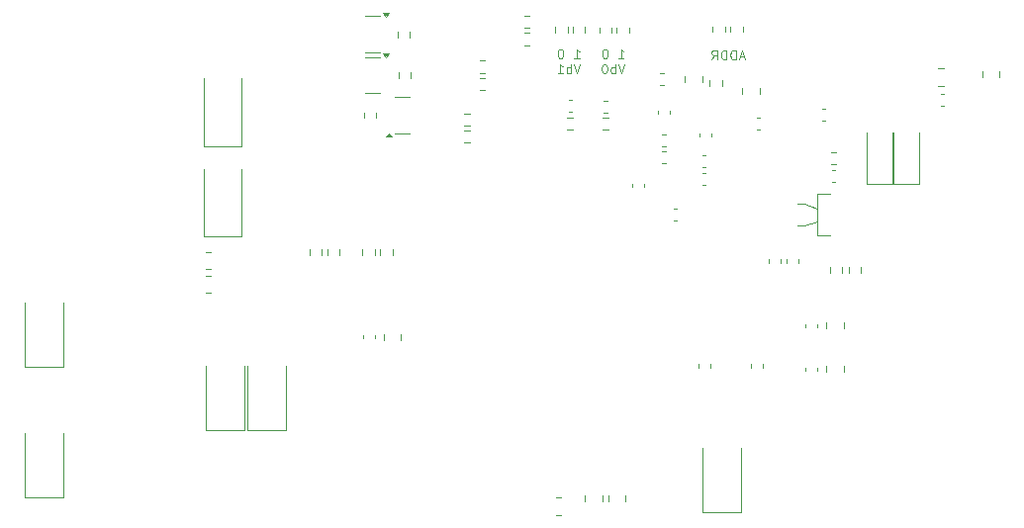
<source format=gbr>
%TF.GenerationSoftware,KiCad,Pcbnew,9.0.4-1.fc42*%
%TF.CreationDate,2025-09-30T21:03:08+03:00*%
%TF.ProjectId,ea01,65613031-2e6b-4696-9361-645f70636258,rev?*%
%TF.SameCoordinates,Original*%
%TF.FileFunction,Legend,Bot*%
%TF.FilePolarity,Positive*%
%FSLAX46Y46*%
G04 Gerber Fmt 4.6, Leading zero omitted, Abs format (unit mm)*
G04 Created by KiCad (PCBNEW 9.0.4-1.fc42) date 2025-09-30 21:03:08*
%MOMM*%
%LPD*%
G01*
G04 APERTURE LIST*
%ADD10C,0.100000*%
%ADD11C,0.120000*%
G04 APERTURE END LIST*
D10*
X134881830Y-53768323D02*
X134500877Y-53768323D01*
X134958020Y-53996895D02*
X134691353Y-53196895D01*
X134691353Y-53196895D02*
X134424687Y-53996895D01*
X134158020Y-53996895D02*
X134158020Y-53196895D01*
X134158020Y-53196895D02*
X133967544Y-53196895D01*
X133967544Y-53196895D02*
X133853258Y-53234990D01*
X133853258Y-53234990D02*
X133777068Y-53311180D01*
X133777068Y-53311180D02*
X133738973Y-53387371D01*
X133738973Y-53387371D02*
X133700877Y-53539752D01*
X133700877Y-53539752D02*
X133700877Y-53654038D01*
X133700877Y-53654038D02*
X133738973Y-53806419D01*
X133738973Y-53806419D02*
X133777068Y-53882609D01*
X133777068Y-53882609D02*
X133853258Y-53958800D01*
X133853258Y-53958800D02*
X133967544Y-53996895D01*
X133967544Y-53996895D02*
X134158020Y-53996895D01*
X133358020Y-53996895D02*
X133358020Y-53196895D01*
X133358020Y-53196895D02*
X133167544Y-53196895D01*
X133167544Y-53196895D02*
X133053258Y-53234990D01*
X133053258Y-53234990D02*
X132977068Y-53311180D01*
X132977068Y-53311180D02*
X132938973Y-53387371D01*
X132938973Y-53387371D02*
X132900877Y-53539752D01*
X132900877Y-53539752D02*
X132900877Y-53654038D01*
X132900877Y-53654038D02*
X132938973Y-53806419D01*
X132938973Y-53806419D02*
X132977068Y-53882609D01*
X132977068Y-53882609D02*
X133053258Y-53958800D01*
X133053258Y-53958800D02*
X133167544Y-53996895D01*
X133167544Y-53996895D02*
X133358020Y-53996895D01*
X132100877Y-53996895D02*
X132367544Y-53615942D01*
X132558020Y-53996895D02*
X132558020Y-53196895D01*
X132558020Y-53196895D02*
X132253258Y-53196895D01*
X132253258Y-53196895D02*
X132177068Y-53234990D01*
X132177068Y-53234990D02*
X132138973Y-53273085D01*
X132138973Y-53273085D02*
X132100877Y-53349276D01*
X132100877Y-53349276D02*
X132100877Y-53463561D01*
X132100877Y-53463561D02*
X132138973Y-53539752D01*
X132138973Y-53539752D02*
X132177068Y-53577847D01*
X132177068Y-53577847D02*
X132253258Y-53615942D01*
X132253258Y-53615942D02*
X132558020Y-53615942D01*
X124124687Y-53908940D02*
X124581830Y-53908940D01*
X124353258Y-53908940D02*
X124353258Y-53108940D01*
X124353258Y-53108940D02*
X124429449Y-53223225D01*
X124429449Y-53223225D02*
X124505639Y-53299416D01*
X124505639Y-53299416D02*
X124581830Y-53337511D01*
X123019924Y-53108940D02*
X122943734Y-53108940D01*
X122943734Y-53108940D02*
X122867543Y-53147035D01*
X122867543Y-53147035D02*
X122829448Y-53185130D01*
X122829448Y-53185130D02*
X122791353Y-53261321D01*
X122791353Y-53261321D02*
X122753258Y-53413702D01*
X122753258Y-53413702D02*
X122753258Y-53604178D01*
X122753258Y-53604178D02*
X122791353Y-53756559D01*
X122791353Y-53756559D02*
X122829448Y-53832749D01*
X122829448Y-53832749D02*
X122867543Y-53870845D01*
X122867543Y-53870845D02*
X122943734Y-53908940D01*
X122943734Y-53908940D02*
X123019924Y-53908940D01*
X123019924Y-53908940D02*
X123096115Y-53870845D01*
X123096115Y-53870845D02*
X123134210Y-53832749D01*
X123134210Y-53832749D02*
X123172305Y-53756559D01*
X123172305Y-53756559D02*
X123210401Y-53604178D01*
X123210401Y-53604178D02*
X123210401Y-53413702D01*
X123210401Y-53413702D02*
X123172305Y-53261321D01*
X123172305Y-53261321D02*
X123134210Y-53185130D01*
X123134210Y-53185130D02*
X123096115Y-53147035D01*
X123096115Y-53147035D02*
X123019924Y-53108940D01*
X124658020Y-54396895D02*
X124391353Y-55196895D01*
X124391353Y-55196895D02*
X124124687Y-54396895D01*
X123858020Y-55196895D02*
X123858020Y-54396895D01*
X123858020Y-54701657D02*
X123781830Y-54663561D01*
X123781830Y-54663561D02*
X123629449Y-54663561D01*
X123629449Y-54663561D02*
X123553258Y-54701657D01*
X123553258Y-54701657D02*
X123515163Y-54739752D01*
X123515163Y-54739752D02*
X123477068Y-54815942D01*
X123477068Y-54815942D02*
X123477068Y-55044514D01*
X123477068Y-55044514D02*
X123515163Y-55120704D01*
X123515163Y-55120704D02*
X123553258Y-55158800D01*
X123553258Y-55158800D02*
X123629449Y-55196895D01*
X123629449Y-55196895D02*
X123781830Y-55196895D01*
X123781830Y-55196895D02*
X123858020Y-55158800D01*
X122981829Y-54396895D02*
X122905639Y-54396895D01*
X122905639Y-54396895D02*
X122829448Y-54434990D01*
X122829448Y-54434990D02*
X122791353Y-54473085D01*
X122791353Y-54473085D02*
X122753258Y-54549276D01*
X122753258Y-54549276D02*
X122715163Y-54701657D01*
X122715163Y-54701657D02*
X122715163Y-54892133D01*
X122715163Y-54892133D02*
X122753258Y-55044514D01*
X122753258Y-55044514D02*
X122791353Y-55120704D01*
X122791353Y-55120704D02*
X122829448Y-55158800D01*
X122829448Y-55158800D02*
X122905639Y-55196895D01*
X122905639Y-55196895D02*
X122981829Y-55196895D01*
X122981829Y-55196895D02*
X123058020Y-55158800D01*
X123058020Y-55158800D02*
X123096115Y-55120704D01*
X123096115Y-55120704D02*
X123134210Y-55044514D01*
X123134210Y-55044514D02*
X123172306Y-54892133D01*
X123172306Y-54892133D02*
X123172306Y-54701657D01*
X123172306Y-54701657D02*
X123134210Y-54549276D01*
X123134210Y-54549276D02*
X123096115Y-54473085D01*
X123096115Y-54473085D02*
X123058020Y-54434990D01*
X123058020Y-54434990D02*
X122981829Y-54396895D01*
X120324687Y-53908940D02*
X120781830Y-53908940D01*
X120553258Y-53908940D02*
X120553258Y-53108940D01*
X120553258Y-53108940D02*
X120629449Y-53223225D01*
X120629449Y-53223225D02*
X120705639Y-53299416D01*
X120705639Y-53299416D02*
X120781830Y-53337511D01*
X119219924Y-53108940D02*
X119143734Y-53108940D01*
X119143734Y-53108940D02*
X119067543Y-53147035D01*
X119067543Y-53147035D02*
X119029448Y-53185130D01*
X119029448Y-53185130D02*
X118991353Y-53261321D01*
X118991353Y-53261321D02*
X118953258Y-53413702D01*
X118953258Y-53413702D02*
X118953258Y-53604178D01*
X118953258Y-53604178D02*
X118991353Y-53756559D01*
X118991353Y-53756559D02*
X119029448Y-53832749D01*
X119029448Y-53832749D02*
X119067543Y-53870845D01*
X119067543Y-53870845D02*
X119143734Y-53908940D01*
X119143734Y-53908940D02*
X119219924Y-53908940D01*
X119219924Y-53908940D02*
X119296115Y-53870845D01*
X119296115Y-53870845D02*
X119334210Y-53832749D01*
X119334210Y-53832749D02*
X119372305Y-53756559D01*
X119372305Y-53756559D02*
X119410401Y-53604178D01*
X119410401Y-53604178D02*
X119410401Y-53413702D01*
X119410401Y-53413702D02*
X119372305Y-53261321D01*
X119372305Y-53261321D02*
X119334210Y-53185130D01*
X119334210Y-53185130D02*
X119296115Y-53147035D01*
X119296115Y-53147035D02*
X119219924Y-53108940D01*
X120858020Y-54396895D02*
X120591353Y-55196895D01*
X120591353Y-55196895D02*
X120324687Y-54396895D01*
X120058020Y-55196895D02*
X120058020Y-54396895D01*
X120058020Y-54701657D02*
X119981830Y-54663561D01*
X119981830Y-54663561D02*
X119829449Y-54663561D01*
X119829449Y-54663561D02*
X119753258Y-54701657D01*
X119753258Y-54701657D02*
X119715163Y-54739752D01*
X119715163Y-54739752D02*
X119677068Y-54815942D01*
X119677068Y-54815942D02*
X119677068Y-55044514D01*
X119677068Y-55044514D02*
X119715163Y-55120704D01*
X119715163Y-55120704D02*
X119753258Y-55158800D01*
X119753258Y-55158800D02*
X119829449Y-55196895D01*
X119829449Y-55196895D02*
X119981830Y-55196895D01*
X119981830Y-55196895D02*
X120058020Y-55158800D01*
X118915163Y-55196895D02*
X119372306Y-55196895D01*
X119143734Y-55196895D02*
X119143734Y-54396895D01*
X119143734Y-54396895D02*
X119219925Y-54511180D01*
X119219925Y-54511180D02*
X119296115Y-54587371D01*
X119296115Y-54587371D02*
X119372306Y-54625466D01*
D11*
%TO.C,C25*%
X127990580Y-55190000D02*
X127709420Y-55190000D01*
X127990580Y-56210000D02*
X127709420Y-56210000D01*
%TO.C,R57*%
X142772258Y-61927500D02*
X142297742Y-61927500D01*
X142772258Y-62972500D02*
X142297742Y-62972500D01*
%TO.C,C58*%
X102240000Y-77890580D02*
X102240000Y-77609420D01*
X103260000Y-77890580D02*
X103260000Y-77609420D01*
%TO.C,R65*%
X99227500Y-70262742D02*
X99227500Y-70737258D01*
X100272500Y-70262742D02*
X100272500Y-70737258D01*
%TO.C,D15*%
X73350000Y-91510000D02*
X73350000Y-86000000D01*
X76650000Y-91510000D02*
X73350000Y-91510000D01*
X76650000Y-91510000D02*
X76650000Y-86000000D01*
%TO.C,C36*%
X151990580Y-56990000D02*
X151709420Y-56990000D01*
X151990580Y-58010000D02*
X151709420Y-58010000D01*
%TO.C,C53*%
X136990000Y-71390580D02*
X136990000Y-71109420D01*
X138010000Y-71390580D02*
X138010000Y-71109420D01*
%TO.C,R59*%
X131927500Y-56237258D02*
X131927500Y-55762742D01*
X132972500Y-56237258D02*
X132972500Y-55762742D01*
%TO.C,R66*%
X102227500Y-70737258D02*
X102227500Y-70262742D01*
X103272500Y-70737258D02*
X103272500Y-70262742D01*
%TO.C,D21*%
X88640000Y-69160000D02*
X88640000Y-63350000D01*
X91860000Y-63350000D02*
X91860000Y-69160000D01*
X91860000Y-69160000D02*
X88640000Y-69160000D01*
%TO.C,R26*%
X111422258Y-58627500D02*
X110947742Y-58627500D01*
X111422258Y-59672500D02*
X110947742Y-59672500D01*
%TO.C,C59*%
X104015000Y-78011252D02*
X104015000Y-77488748D01*
X105485000Y-78011252D02*
X105485000Y-77488748D01*
%TO.C,R30*%
X105290000Y-55112742D02*
X105290000Y-55587258D01*
X106335000Y-55112742D02*
X106335000Y-55587258D01*
%TO.C,C30*%
X125340000Y-64940580D02*
X125340000Y-64659420D01*
X126360000Y-64940580D02*
X126360000Y-64659420D01*
%TO.C,C26*%
X131590580Y-63720000D02*
X131309420Y-63720000D01*
X131590580Y-64740000D02*
X131309420Y-64740000D01*
%TO.C,R55*%
X119757742Y-58977500D02*
X120232258Y-58977500D01*
X119757742Y-60022500D02*
X120232258Y-60022500D01*
%TO.C,C52*%
X120135580Y-57490000D02*
X119854420Y-57490000D01*
X120135580Y-58510000D02*
X119854420Y-58510000D01*
%TO.C,R84*%
X122477500Y-51737258D02*
X122477500Y-51262742D01*
X123522500Y-51737258D02*
X123522500Y-51262742D01*
%TO.C,FB3*%
X155265000Y-55477064D02*
X155265000Y-55022936D01*
X156735000Y-55477064D02*
X156735000Y-55022936D01*
%TO.C,C34*%
X128140580Y-60390000D02*
X127859420Y-60390000D01*
X128140580Y-61410000D02*
X127859420Y-61410000D01*
%TO.C,R15*%
X116537258Y-51727500D02*
X116062742Y-51727500D01*
X116537258Y-52772500D02*
X116062742Y-52772500D01*
%TO.C,C29*%
X131090000Y-60590580D02*
X131090000Y-60309420D01*
X132110000Y-60590580D02*
X132110000Y-60309420D01*
%TO.C,C35*%
X152011252Y-54765000D02*
X151488748Y-54765000D01*
X152011252Y-56235000D02*
X151488748Y-56235000D01*
%TO.C,R68*%
X103727500Y-70737258D02*
X103727500Y-70262742D01*
X104772500Y-70737258D02*
X104772500Y-70262742D01*
%TO.C,D19*%
X92350000Y-85760000D02*
X92350000Y-80250000D01*
X95650000Y-85760000D02*
X92350000Y-85760000D01*
X95650000Y-85760000D02*
X95650000Y-80250000D01*
%TO.C,C11*%
X123265000Y-91326248D02*
X123265000Y-91848752D01*
X124735000Y-91326248D02*
X124735000Y-91848752D01*
%TO.C,C4*%
X130990000Y-80390580D02*
X130990000Y-80109420D01*
X132010000Y-80390580D02*
X132010000Y-80109420D01*
%TO.C,C63*%
X135959420Y-58990000D02*
X136240580Y-58990000D01*
X135959420Y-60010000D02*
X136240580Y-60010000D01*
%TO.C,C28*%
X131319420Y-62230000D02*
X131600580Y-62230000D01*
X131319420Y-63250000D02*
X131600580Y-63250000D01*
%TO.C,C32*%
X128140580Y-61890000D02*
X127859420Y-61890000D01*
X128140580Y-62910000D02*
X127859420Y-62910000D01*
%TO.C,C54*%
X138490000Y-71390580D02*
X138490000Y-71109420D01*
X139510000Y-71390580D02*
X139510000Y-71109420D01*
%TO.C,FB6*%
X89227064Y-72515000D02*
X88772936Y-72515000D01*
X89227064Y-73985000D02*
X88772936Y-73985000D01*
%TO.C,D17*%
X147640000Y-64660000D02*
X147640000Y-60250000D01*
X149860000Y-60250000D02*
X149860000Y-64660000D01*
X149860000Y-64660000D02*
X147640000Y-64660000D01*
%TO.C,R81*%
X133727500Y-51162742D02*
X133727500Y-51637258D01*
X134772500Y-51162742D02*
X134772500Y-51637258D01*
%TO.C,Q5*%
X103062500Y-53790000D02*
X102412500Y-53790000D01*
X103062500Y-53790000D02*
X103712500Y-53790000D01*
X103062500Y-56910000D02*
X102412500Y-56910000D01*
X103062500Y-56910000D02*
X103712500Y-56910000D01*
X104225000Y-53840000D02*
X103985000Y-53510000D01*
X104465000Y-53510000D01*
X104225000Y-53840000D01*
G36*
X104225000Y-53840000D02*
G01*
X103985000Y-53510000D01*
X104465000Y-53510000D01*
X104225000Y-53840000D01*
G37*
%TO.C,D20*%
X88640000Y-61410000D02*
X88640000Y-55600000D01*
X91860000Y-55600000D02*
X91860000Y-61410000D01*
X91860000Y-61410000D02*
X88640000Y-61410000D01*
%TO.C,R45*%
X122802742Y-58967500D02*
X123277258Y-58967500D01*
X122802742Y-60012500D02*
X123277258Y-60012500D01*
%TO.C,C23*%
X140140000Y-76659420D02*
X140140000Y-76940580D01*
X141160000Y-76659420D02*
X141160000Y-76940580D01*
%TO.C,R29*%
X111422258Y-60097500D02*
X110947742Y-60097500D01*
X111422258Y-61142500D02*
X110947742Y-61142500D01*
%TO.C,R82*%
X132177500Y-51637258D02*
X132177500Y-51162742D01*
X133222500Y-51637258D02*
X133222500Y-51162742D01*
%TO.C,R83*%
X123977500Y-51262742D02*
X123977500Y-51737258D01*
X125022500Y-51262742D02*
X125022500Y-51737258D01*
%TO.C,R36*%
X105227500Y-51612742D02*
X105227500Y-52087258D01*
X106272500Y-51612742D02*
X106272500Y-52087258D01*
%TO.C,R14*%
X116537258Y-50227500D02*
X116062742Y-50227500D01*
X116537258Y-51272500D02*
X116062742Y-51272500D01*
%TO.C,C18*%
X141915000Y-76538748D02*
X141915000Y-77061252D01*
X143385000Y-76538748D02*
X143385000Y-77061252D01*
%TO.C,Q3*%
X105611501Y-57231071D02*
X104961501Y-57231071D01*
X105611501Y-57231071D02*
X106261501Y-57231071D01*
X105611501Y-60351071D02*
X104961501Y-60351071D01*
X105611501Y-60351071D02*
X106261501Y-60351071D01*
X104689001Y-60631071D02*
X104209001Y-60631071D01*
X104449001Y-60301071D01*
X104689001Y-60631071D01*
G36*
X104689001Y-60631071D02*
G01*
X104209001Y-60631071D01*
X104449001Y-60301071D01*
X104689001Y-60631071D01*
G37*
%TO.C,C44*%
X123170580Y-57510000D02*
X122889420Y-57510000D01*
X123170580Y-58530000D02*
X122889420Y-58530000D01*
%TO.C,R8*%
X118727500Y-51712258D02*
X118727500Y-51237742D01*
X119772500Y-51712258D02*
X119772500Y-51237742D01*
%TO.C,C27*%
X134715000Y-56438748D02*
X134715000Y-56961252D01*
X136185000Y-56438748D02*
X136185000Y-56961252D01*
%TO.C,D14*%
X73350000Y-80310000D02*
X73350000Y-74800000D01*
X76650000Y-80310000D02*
X73350000Y-80310000D01*
X76650000Y-80310000D02*
X76650000Y-74800000D01*
%TO.C,C22*%
X140140000Y-80690580D02*
X140140000Y-80409420D01*
X141160000Y-80690580D02*
X141160000Y-80409420D01*
%TO.C,D6*%
X131350000Y-92760000D02*
X131350000Y-87250000D01*
X134650000Y-92760000D02*
X131350000Y-92760000D01*
X134650000Y-92760000D02*
X134650000Y-87250000D01*
%TO.C,R38*%
X142237500Y-72257258D02*
X142237500Y-71782742D01*
X143282500Y-72257258D02*
X143282500Y-71782742D01*
%TO.C,Y3*%
X140020000Y-66350000D02*
X139460000Y-66350000D01*
X140020000Y-68250000D02*
X139460000Y-68250000D01*
X141140000Y-65540000D02*
X141140000Y-69060000D01*
X141140000Y-66755000D02*
X140020000Y-66350000D01*
X141140000Y-67845000D02*
X140020000Y-68250000D01*
X141140000Y-69060000D02*
X142240000Y-69060000D01*
X142240000Y-65540000D02*
X141140000Y-65540000D01*
%TO.C,R5*%
X118772936Y-91515000D02*
X119227064Y-91515000D01*
X118772936Y-92985000D02*
X119227064Y-92985000D01*
%TO.C,C57*%
X142394420Y-63440000D02*
X142675580Y-63440000D01*
X142394420Y-64460000D02*
X142675580Y-64460000D01*
%TO.C,FB5*%
X89227064Y-70465000D02*
X88772936Y-70465000D01*
X89227064Y-71935000D02*
X88772936Y-71935000D01*
%TO.C,R7*%
X120227500Y-51237742D02*
X120227500Y-51712258D01*
X121272500Y-51237742D02*
X121272500Y-51712258D01*
%TO.C,R67*%
X97677500Y-70737258D02*
X97677500Y-70262742D01*
X98722500Y-70737258D02*
X98722500Y-70262742D01*
%TO.C,R32*%
X112717258Y-55567500D02*
X112242742Y-55567500D01*
X112717258Y-56612500D02*
X112242742Y-56612500D01*
%TO.C,Q7*%
X103062500Y-50290000D02*
X102412500Y-50290000D01*
X103062500Y-50290000D02*
X103712500Y-50290000D01*
X103062500Y-53410000D02*
X102412500Y-53410000D01*
X103062500Y-53410000D02*
X103712500Y-53410000D01*
X104225000Y-50340000D02*
X103985000Y-50010000D01*
X104465000Y-50010000D01*
X104225000Y-50340000D01*
G36*
X104225000Y-50340000D02*
G01*
X103985000Y-50010000D01*
X104465000Y-50010000D01*
X104225000Y-50340000D01*
G37*
%TO.C,R35*%
X112717258Y-54097500D02*
X112242742Y-54097500D01*
X112717258Y-55142500D02*
X112242742Y-55142500D01*
%TO.C,C10*%
X129815000Y-55961252D02*
X129815000Y-55438748D01*
X131285000Y-55961252D02*
X131285000Y-55438748D01*
%TO.C,C21*%
X141915000Y-80786252D02*
X141915000Y-80263748D01*
X143385000Y-80786252D02*
X143385000Y-80263748D01*
%TO.C,R39*%
X143807500Y-72267258D02*
X143807500Y-71792742D01*
X144852500Y-72267258D02*
X144852500Y-71792742D01*
%TO.C,D18*%
X88850000Y-85760000D02*
X88850000Y-80250000D01*
X92150000Y-85760000D02*
X88850000Y-85760000D01*
X92150000Y-85760000D02*
X92150000Y-80250000D01*
%TO.C,R6*%
X121265000Y-91360436D02*
X121265000Y-91814564D01*
X122735000Y-91360436D02*
X122735000Y-91814564D01*
%TO.C,C5*%
X135490000Y-80390580D02*
X135490000Y-80109420D01*
X136510000Y-80390580D02*
X136510000Y-80109420D01*
%TO.C,C31*%
X128829420Y-66790000D02*
X129110580Y-66790000D01*
X128829420Y-67810000D02*
X129110580Y-67810000D01*
%TO.C,C14*%
X141559420Y-58240000D02*
X141840580Y-58240000D01*
X141559420Y-59260000D02*
X141840580Y-59260000D01*
%TO.C,R24*%
X102352500Y-59012258D02*
X102352500Y-58537742D01*
X103397500Y-59012258D02*
X103397500Y-58537742D01*
%TO.C,C33*%
X127490000Y-58359420D02*
X127490000Y-58640580D01*
X128510000Y-58359420D02*
X128510000Y-58640580D01*
%TO.C,D16*%
X145390000Y-64660000D02*
X145390000Y-60250000D01*
X147610000Y-60250000D02*
X147610000Y-64660000D01*
X147610000Y-64660000D02*
X145390000Y-64660000D01*
%TD*%
M02*

</source>
